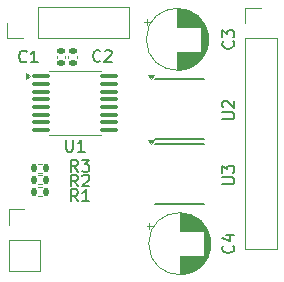
<source format=gto>
%TF.GenerationSoftware,KiCad,Pcbnew,8.0.2*%
%TF.CreationDate,2024-05-17T09:11:03-06:00*%
%TF.ProjectId,encoder_protyping_board_high_current,656e636f-6465-4725-9f70-726f74797069,rev?*%
%TF.SameCoordinates,Original*%
%TF.FileFunction,Legend,Top*%
%TF.FilePolarity,Positive*%
%FSLAX46Y46*%
G04 Gerber Fmt 4.6, Leading zero omitted, Abs format (unit mm)*
G04 Created by KiCad (PCBNEW 8.0.2) date 2024-05-17 09:11:03*
%MOMM*%
%LPD*%
G01*
G04 APERTURE LIST*
G04 Aperture macros list*
%AMRoundRect*
0 Rectangle with rounded corners*
0 $1 Rounding radius*
0 $2 $3 $4 $5 $6 $7 $8 $9 X,Y pos of 4 corners*
0 Add a 4 corners polygon primitive as box body*
4,1,4,$2,$3,$4,$5,$6,$7,$8,$9,$2,$3,0*
0 Add four circle primitives for the rounded corners*
1,1,$1+$1,$2,$3*
1,1,$1+$1,$4,$5*
1,1,$1+$1,$6,$7*
1,1,$1+$1,$8,$9*
0 Add four rect primitives between the rounded corners*
20,1,$1+$1,$2,$3,$4,$5,0*
20,1,$1+$1,$4,$5,$6,$7,0*
20,1,$1+$1,$6,$7,$8,$9,0*
20,1,$1+$1,$8,$9,$2,$3,0*%
G04 Aperture macros list end*
%ADD10C,0.150000*%
%ADD11C,0.120000*%
%ADD12RoundRect,0.140000X0.170000X-0.140000X0.170000X0.140000X-0.170000X0.140000X-0.170000X-0.140000X0*%
%ADD13RoundRect,0.135000X0.135000X0.185000X-0.135000X0.185000X-0.135000X-0.185000X0.135000X-0.185000X0*%
%ADD14R,1.700000X1.700000*%
%ADD15O,1.700000X1.700000*%
%ADD16R,1.600000X1.600000*%
%ADD17C,1.600000*%
%ADD18RoundRect,0.135000X-0.135000X-0.185000X0.135000X-0.185000X0.135000X0.185000X-0.135000X0.185000X0*%
%ADD19R,1.100000X0.510000*%
%ADD20RoundRect,0.100000X-0.637500X-0.100000X0.637500X-0.100000X0.637500X0.100000X-0.637500X0.100000X0*%
G04 APERTURE END LIST*
D10*
X186883333Y-100359580D02*
X186835714Y-100407200D01*
X186835714Y-100407200D02*
X186692857Y-100454819D01*
X186692857Y-100454819D02*
X186597619Y-100454819D01*
X186597619Y-100454819D02*
X186454762Y-100407200D01*
X186454762Y-100407200D02*
X186359524Y-100311961D01*
X186359524Y-100311961D02*
X186311905Y-100216723D01*
X186311905Y-100216723D02*
X186264286Y-100026247D01*
X186264286Y-100026247D02*
X186264286Y-99883390D01*
X186264286Y-99883390D02*
X186311905Y-99692914D01*
X186311905Y-99692914D02*
X186359524Y-99597676D01*
X186359524Y-99597676D02*
X186454762Y-99502438D01*
X186454762Y-99502438D02*
X186597619Y-99454819D01*
X186597619Y-99454819D02*
X186692857Y-99454819D01*
X186692857Y-99454819D02*
X186835714Y-99502438D01*
X186835714Y-99502438D02*
X186883333Y-99550057D01*
X187835714Y-100454819D02*
X187264286Y-100454819D01*
X187550000Y-100454819D02*
X187550000Y-99454819D01*
X187550000Y-99454819D02*
X187454762Y-99597676D01*
X187454762Y-99597676D02*
X187359524Y-99692914D01*
X187359524Y-99692914D02*
X187264286Y-99740533D01*
X191233333Y-112204819D02*
X190900000Y-111728628D01*
X190661905Y-112204819D02*
X190661905Y-111204819D01*
X190661905Y-111204819D02*
X191042857Y-111204819D01*
X191042857Y-111204819D02*
X191138095Y-111252438D01*
X191138095Y-111252438D02*
X191185714Y-111300057D01*
X191185714Y-111300057D02*
X191233333Y-111395295D01*
X191233333Y-111395295D02*
X191233333Y-111538152D01*
X191233333Y-111538152D02*
X191185714Y-111633390D01*
X191185714Y-111633390D02*
X191138095Y-111681009D01*
X191138095Y-111681009D02*
X191042857Y-111728628D01*
X191042857Y-111728628D02*
X190661905Y-111728628D01*
X192185714Y-112204819D02*
X191614286Y-112204819D01*
X191900000Y-112204819D02*
X191900000Y-111204819D01*
X191900000Y-111204819D02*
X191804762Y-111347676D01*
X191804762Y-111347676D02*
X191709524Y-111442914D01*
X191709524Y-111442914D02*
X191614286Y-111490533D01*
X193133333Y-100309580D02*
X193085714Y-100357200D01*
X193085714Y-100357200D02*
X192942857Y-100404819D01*
X192942857Y-100404819D02*
X192847619Y-100404819D01*
X192847619Y-100404819D02*
X192704762Y-100357200D01*
X192704762Y-100357200D02*
X192609524Y-100261961D01*
X192609524Y-100261961D02*
X192561905Y-100166723D01*
X192561905Y-100166723D02*
X192514286Y-99976247D01*
X192514286Y-99976247D02*
X192514286Y-99833390D01*
X192514286Y-99833390D02*
X192561905Y-99642914D01*
X192561905Y-99642914D02*
X192609524Y-99547676D01*
X192609524Y-99547676D02*
X192704762Y-99452438D01*
X192704762Y-99452438D02*
X192847619Y-99404819D01*
X192847619Y-99404819D02*
X192942857Y-99404819D01*
X192942857Y-99404819D02*
X193085714Y-99452438D01*
X193085714Y-99452438D02*
X193133333Y-99500057D01*
X193514286Y-99500057D02*
X193561905Y-99452438D01*
X193561905Y-99452438D02*
X193657143Y-99404819D01*
X193657143Y-99404819D02*
X193895238Y-99404819D01*
X193895238Y-99404819D02*
X193990476Y-99452438D01*
X193990476Y-99452438D02*
X194038095Y-99500057D01*
X194038095Y-99500057D02*
X194085714Y-99595295D01*
X194085714Y-99595295D02*
X194085714Y-99690533D01*
X194085714Y-99690533D02*
X194038095Y-99833390D01*
X194038095Y-99833390D02*
X193466667Y-100404819D01*
X193466667Y-100404819D02*
X194085714Y-100404819D01*
X204359580Y-115966666D02*
X204407200Y-116014285D01*
X204407200Y-116014285D02*
X204454819Y-116157142D01*
X204454819Y-116157142D02*
X204454819Y-116252380D01*
X204454819Y-116252380D02*
X204407200Y-116395237D01*
X204407200Y-116395237D02*
X204311961Y-116490475D01*
X204311961Y-116490475D02*
X204216723Y-116538094D01*
X204216723Y-116538094D02*
X204026247Y-116585713D01*
X204026247Y-116585713D02*
X203883390Y-116585713D01*
X203883390Y-116585713D02*
X203692914Y-116538094D01*
X203692914Y-116538094D02*
X203597676Y-116490475D01*
X203597676Y-116490475D02*
X203502438Y-116395237D01*
X203502438Y-116395237D02*
X203454819Y-116252380D01*
X203454819Y-116252380D02*
X203454819Y-116157142D01*
X203454819Y-116157142D02*
X203502438Y-116014285D01*
X203502438Y-116014285D02*
X203550057Y-115966666D01*
X203788152Y-115109523D02*
X204454819Y-115109523D01*
X203407200Y-115347618D02*
X204121485Y-115585713D01*
X204121485Y-115585713D02*
X204121485Y-114966666D01*
X191233333Y-110954819D02*
X190900000Y-110478628D01*
X190661905Y-110954819D02*
X190661905Y-109954819D01*
X190661905Y-109954819D02*
X191042857Y-109954819D01*
X191042857Y-109954819D02*
X191138095Y-110002438D01*
X191138095Y-110002438D02*
X191185714Y-110050057D01*
X191185714Y-110050057D02*
X191233333Y-110145295D01*
X191233333Y-110145295D02*
X191233333Y-110288152D01*
X191233333Y-110288152D02*
X191185714Y-110383390D01*
X191185714Y-110383390D02*
X191138095Y-110431009D01*
X191138095Y-110431009D02*
X191042857Y-110478628D01*
X191042857Y-110478628D02*
X190661905Y-110478628D01*
X191614286Y-110050057D02*
X191661905Y-110002438D01*
X191661905Y-110002438D02*
X191757143Y-109954819D01*
X191757143Y-109954819D02*
X191995238Y-109954819D01*
X191995238Y-109954819D02*
X192090476Y-110002438D01*
X192090476Y-110002438D02*
X192138095Y-110050057D01*
X192138095Y-110050057D02*
X192185714Y-110145295D01*
X192185714Y-110145295D02*
X192185714Y-110240533D01*
X192185714Y-110240533D02*
X192138095Y-110383390D01*
X192138095Y-110383390D02*
X191566667Y-110954819D01*
X191566667Y-110954819D02*
X192185714Y-110954819D01*
X203454819Y-105261904D02*
X204264342Y-105261904D01*
X204264342Y-105261904D02*
X204359580Y-105214285D01*
X204359580Y-105214285D02*
X204407200Y-105166666D01*
X204407200Y-105166666D02*
X204454819Y-105071428D01*
X204454819Y-105071428D02*
X204454819Y-104880952D01*
X204454819Y-104880952D02*
X204407200Y-104785714D01*
X204407200Y-104785714D02*
X204359580Y-104738095D01*
X204359580Y-104738095D02*
X204264342Y-104690476D01*
X204264342Y-104690476D02*
X203454819Y-104690476D01*
X203550057Y-104261904D02*
X203502438Y-104214285D01*
X203502438Y-104214285D02*
X203454819Y-104119047D01*
X203454819Y-104119047D02*
X203454819Y-103880952D01*
X203454819Y-103880952D02*
X203502438Y-103785714D01*
X203502438Y-103785714D02*
X203550057Y-103738095D01*
X203550057Y-103738095D02*
X203645295Y-103690476D01*
X203645295Y-103690476D02*
X203740533Y-103690476D01*
X203740533Y-103690476D02*
X203883390Y-103738095D01*
X203883390Y-103738095D02*
X204454819Y-104309523D01*
X204454819Y-104309523D02*
X204454819Y-103690476D01*
X191233333Y-109704819D02*
X190900000Y-109228628D01*
X190661905Y-109704819D02*
X190661905Y-108704819D01*
X190661905Y-108704819D02*
X191042857Y-108704819D01*
X191042857Y-108704819D02*
X191138095Y-108752438D01*
X191138095Y-108752438D02*
X191185714Y-108800057D01*
X191185714Y-108800057D02*
X191233333Y-108895295D01*
X191233333Y-108895295D02*
X191233333Y-109038152D01*
X191233333Y-109038152D02*
X191185714Y-109133390D01*
X191185714Y-109133390D02*
X191138095Y-109181009D01*
X191138095Y-109181009D02*
X191042857Y-109228628D01*
X191042857Y-109228628D02*
X190661905Y-109228628D01*
X191566667Y-108704819D02*
X192185714Y-108704819D01*
X192185714Y-108704819D02*
X191852381Y-109085771D01*
X191852381Y-109085771D02*
X191995238Y-109085771D01*
X191995238Y-109085771D02*
X192090476Y-109133390D01*
X192090476Y-109133390D02*
X192138095Y-109181009D01*
X192138095Y-109181009D02*
X192185714Y-109276247D01*
X192185714Y-109276247D02*
X192185714Y-109514342D01*
X192185714Y-109514342D02*
X192138095Y-109609580D01*
X192138095Y-109609580D02*
X192090476Y-109657200D01*
X192090476Y-109657200D02*
X191995238Y-109704819D01*
X191995238Y-109704819D02*
X191709524Y-109704819D01*
X191709524Y-109704819D02*
X191614286Y-109657200D01*
X191614286Y-109657200D02*
X191566667Y-109609580D01*
X203454819Y-110761904D02*
X204264342Y-110761904D01*
X204264342Y-110761904D02*
X204359580Y-110714285D01*
X204359580Y-110714285D02*
X204407200Y-110666666D01*
X204407200Y-110666666D02*
X204454819Y-110571428D01*
X204454819Y-110571428D02*
X204454819Y-110380952D01*
X204454819Y-110380952D02*
X204407200Y-110285714D01*
X204407200Y-110285714D02*
X204359580Y-110238095D01*
X204359580Y-110238095D02*
X204264342Y-110190476D01*
X204264342Y-110190476D02*
X203454819Y-110190476D01*
X203454819Y-109809523D02*
X203454819Y-109190476D01*
X203454819Y-109190476D02*
X203835771Y-109523809D01*
X203835771Y-109523809D02*
X203835771Y-109380952D01*
X203835771Y-109380952D02*
X203883390Y-109285714D01*
X203883390Y-109285714D02*
X203931009Y-109238095D01*
X203931009Y-109238095D02*
X204026247Y-109190476D01*
X204026247Y-109190476D02*
X204264342Y-109190476D01*
X204264342Y-109190476D02*
X204359580Y-109238095D01*
X204359580Y-109238095D02*
X204407200Y-109285714D01*
X204407200Y-109285714D02*
X204454819Y-109380952D01*
X204454819Y-109380952D02*
X204454819Y-109666666D01*
X204454819Y-109666666D02*
X204407200Y-109761904D01*
X204407200Y-109761904D02*
X204359580Y-109809523D01*
X190238095Y-107004819D02*
X190238095Y-107814342D01*
X190238095Y-107814342D02*
X190285714Y-107909580D01*
X190285714Y-107909580D02*
X190333333Y-107957200D01*
X190333333Y-107957200D02*
X190428571Y-108004819D01*
X190428571Y-108004819D02*
X190619047Y-108004819D01*
X190619047Y-108004819D02*
X190714285Y-107957200D01*
X190714285Y-107957200D02*
X190761904Y-107909580D01*
X190761904Y-107909580D02*
X190809523Y-107814342D01*
X190809523Y-107814342D02*
X190809523Y-107004819D01*
X191809523Y-108004819D02*
X191238095Y-108004819D01*
X191523809Y-108004819D02*
X191523809Y-107004819D01*
X191523809Y-107004819D02*
X191428571Y-107147676D01*
X191428571Y-107147676D02*
X191333333Y-107242914D01*
X191333333Y-107242914D02*
X191238095Y-107290533D01*
X204359580Y-98666666D02*
X204407200Y-98714285D01*
X204407200Y-98714285D02*
X204454819Y-98857142D01*
X204454819Y-98857142D02*
X204454819Y-98952380D01*
X204454819Y-98952380D02*
X204407200Y-99095237D01*
X204407200Y-99095237D02*
X204311961Y-99190475D01*
X204311961Y-99190475D02*
X204216723Y-99238094D01*
X204216723Y-99238094D02*
X204026247Y-99285713D01*
X204026247Y-99285713D02*
X203883390Y-99285713D01*
X203883390Y-99285713D02*
X203692914Y-99238094D01*
X203692914Y-99238094D02*
X203597676Y-99190475D01*
X203597676Y-99190475D02*
X203502438Y-99095237D01*
X203502438Y-99095237D02*
X203454819Y-98952380D01*
X203454819Y-98952380D02*
X203454819Y-98857142D01*
X203454819Y-98857142D02*
X203502438Y-98714285D01*
X203502438Y-98714285D02*
X203550057Y-98666666D01*
X203454819Y-98333332D02*
X203454819Y-97714285D01*
X203454819Y-97714285D02*
X203835771Y-98047618D01*
X203835771Y-98047618D02*
X203835771Y-97904761D01*
X203835771Y-97904761D02*
X203883390Y-97809523D01*
X203883390Y-97809523D02*
X203931009Y-97761904D01*
X203931009Y-97761904D02*
X204026247Y-97714285D01*
X204026247Y-97714285D02*
X204264342Y-97714285D01*
X204264342Y-97714285D02*
X204359580Y-97761904D01*
X204359580Y-97761904D02*
X204407200Y-97809523D01*
X204407200Y-97809523D02*
X204454819Y-97904761D01*
X204454819Y-97904761D02*
X204454819Y-98190475D01*
X204454819Y-98190475D02*
X204407200Y-98285713D01*
X204407200Y-98285713D02*
X204359580Y-98333332D01*
D11*
X189440000Y-100107836D02*
X189440000Y-99892164D01*
X190160000Y-100107836D02*
X190160000Y-99892164D01*
X188193641Y-111020000D02*
X187886359Y-111020000D01*
X188193641Y-111780000D02*
X187886359Y-111780000D01*
X185370000Y-112895000D02*
X186700000Y-112895000D01*
X185370000Y-114225000D02*
X185370000Y-112895000D01*
X185370000Y-115495000D02*
X185370000Y-118095000D01*
X185370000Y-115495000D02*
X188030000Y-115495000D01*
X185370000Y-118095000D02*
X188030000Y-118095000D01*
X188030000Y-115495000D02*
X188030000Y-118095000D01*
X190420000Y-100107836D02*
X190420000Y-99892164D01*
X191140000Y-100107836D02*
X191140000Y-99892164D01*
X197040113Y-114325000D02*
X197540113Y-114325000D01*
X197290113Y-114075000D02*
X197290113Y-114575000D01*
X199844888Y-113220000D02*
X199844888Y-114760000D01*
X199844888Y-116840000D02*
X199844888Y-118380000D01*
X199884888Y-113220000D02*
X199884888Y-114760000D01*
X199884888Y-116840000D02*
X199884888Y-118380000D01*
X199924888Y-113221000D02*
X199924888Y-114760000D01*
X199924888Y-116840000D02*
X199924888Y-118379000D01*
X199964888Y-113222000D02*
X199964888Y-114760000D01*
X199964888Y-116840000D02*
X199964888Y-118378000D01*
X200004888Y-113224000D02*
X200004888Y-114760000D01*
X200004888Y-116840000D02*
X200004888Y-118376000D01*
X200044888Y-113227000D02*
X200044888Y-114760000D01*
X200044888Y-116840000D02*
X200044888Y-118373000D01*
X200084888Y-113231000D02*
X200084888Y-114760000D01*
X200084888Y-116840000D02*
X200084888Y-118369000D01*
X200124888Y-113235000D02*
X200124888Y-114760000D01*
X200124888Y-116840000D02*
X200124888Y-118365000D01*
X200164888Y-113239000D02*
X200164888Y-114760000D01*
X200164888Y-116840000D02*
X200164888Y-118361000D01*
X200204888Y-113244000D02*
X200204888Y-114760000D01*
X200204888Y-116840000D02*
X200204888Y-118356000D01*
X200244888Y-113250000D02*
X200244888Y-114760000D01*
X200244888Y-116840000D02*
X200244888Y-118350000D01*
X200284888Y-113257000D02*
X200284888Y-114760000D01*
X200284888Y-116840000D02*
X200284888Y-118343000D01*
X200324888Y-113264000D02*
X200324888Y-114760000D01*
X200324888Y-116840000D02*
X200324888Y-118336000D01*
X200364888Y-113272000D02*
X200364888Y-114760000D01*
X200364888Y-116840000D02*
X200364888Y-118328000D01*
X200404888Y-113280000D02*
X200404888Y-114760000D01*
X200404888Y-116840000D02*
X200404888Y-118320000D01*
X200444888Y-113289000D02*
X200444888Y-114760000D01*
X200444888Y-116840000D02*
X200444888Y-118311000D01*
X200484888Y-113299000D02*
X200484888Y-114760000D01*
X200484888Y-116840000D02*
X200484888Y-118301000D01*
X200524888Y-113309000D02*
X200524888Y-114760000D01*
X200524888Y-116840000D02*
X200524888Y-118291000D01*
X200565888Y-113320000D02*
X200565888Y-114760000D01*
X200565888Y-116840000D02*
X200565888Y-118280000D01*
X200605888Y-113332000D02*
X200605888Y-114760000D01*
X200605888Y-116840000D02*
X200605888Y-118268000D01*
X200645888Y-113345000D02*
X200645888Y-114760000D01*
X200645888Y-116840000D02*
X200645888Y-118255000D01*
X200685888Y-113358000D02*
X200685888Y-114760000D01*
X200685888Y-116840000D02*
X200685888Y-118242000D01*
X200725888Y-113372000D02*
X200725888Y-114760000D01*
X200725888Y-116840000D02*
X200725888Y-118228000D01*
X200765888Y-113386000D02*
X200765888Y-114760000D01*
X200765888Y-116840000D02*
X200765888Y-118214000D01*
X200805888Y-113402000D02*
X200805888Y-114760000D01*
X200805888Y-116840000D02*
X200805888Y-118198000D01*
X200845888Y-113418000D02*
X200845888Y-114760000D01*
X200845888Y-116840000D02*
X200845888Y-118182000D01*
X200885888Y-113435000D02*
X200885888Y-114760000D01*
X200885888Y-116840000D02*
X200885888Y-118165000D01*
X200925888Y-113452000D02*
X200925888Y-114760000D01*
X200925888Y-116840000D02*
X200925888Y-118148000D01*
X200965888Y-113471000D02*
X200965888Y-114760000D01*
X200965888Y-116840000D02*
X200965888Y-118129000D01*
X201005888Y-113490000D02*
X201005888Y-114760000D01*
X201005888Y-116840000D02*
X201005888Y-118110000D01*
X201045888Y-113510000D02*
X201045888Y-114760000D01*
X201045888Y-116840000D02*
X201045888Y-118090000D01*
X201085888Y-113532000D02*
X201085888Y-114760000D01*
X201085888Y-116840000D02*
X201085888Y-118068000D01*
X201125888Y-113553000D02*
X201125888Y-114760000D01*
X201125888Y-116840000D02*
X201125888Y-118047000D01*
X201165888Y-113576000D02*
X201165888Y-114760000D01*
X201165888Y-116840000D02*
X201165888Y-118024000D01*
X201205888Y-113600000D02*
X201205888Y-114760000D01*
X201205888Y-116840000D02*
X201205888Y-118000000D01*
X201245888Y-113625000D02*
X201245888Y-114760000D01*
X201245888Y-116840000D02*
X201245888Y-117975000D01*
X201285888Y-113651000D02*
X201285888Y-114760000D01*
X201285888Y-116840000D02*
X201285888Y-117949000D01*
X201325888Y-113678000D02*
X201325888Y-114760000D01*
X201325888Y-116840000D02*
X201325888Y-117922000D01*
X201365888Y-113705000D02*
X201365888Y-114760000D01*
X201365888Y-116840000D02*
X201365888Y-117895000D01*
X201405888Y-113735000D02*
X201405888Y-114760000D01*
X201405888Y-116840000D02*
X201405888Y-117865000D01*
X201445888Y-113765000D02*
X201445888Y-114760000D01*
X201445888Y-116840000D02*
X201445888Y-117835000D01*
X201485888Y-113796000D02*
X201485888Y-114760000D01*
X201485888Y-116840000D02*
X201485888Y-117804000D01*
X201525888Y-113829000D02*
X201525888Y-114760000D01*
X201525888Y-116840000D02*
X201525888Y-117771000D01*
X201565888Y-113863000D02*
X201565888Y-114760000D01*
X201565888Y-116840000D02*
X201565888Y-117737000D01*
X201605888Y-113899000D02*
X201605888Y-114760000D01*
X201605888Y-116840000D02*
X201605888Y-117701000D01*
X201645888Y-113936000D02*
X201645888Y-114760000D01*
X201645888Y-116840000D02*
X201645888Y-117664000D01*
X201685888Y-113974000D02*
X201685888Y-114760000D01*
X201685888Y-116840000D02*
X201685888Y-117626000D01*
X201725888Y-114015000D02*
X201725888Y-114760000D01*
X201725888Y-116840000D02*
X201725888Y-117585000D01*
X201765888Y-114057000D02*
X201765888Y-114760000D01*
X201765888Y-116840000D02*
X201765888Y-117543000D01*
X201805888Y-114101000D02*
X201805888Y-114760000D01*
X201805888Y-116840000D02*
X201805888Y-117499000D01*
X201845888Y-114147000D02*
X201845888Y-114760000D01*
X201845888Y-116840000D02*
X201845888Y-117453000D01*
X201885888Y-114195000D02*
X201885888Y-117405000D01*
X201925888Y-114246000D02*
X201925888Y-117354000D01*
X201965888Y-114300000D02*
X201965888Y-117300000D01*
X202005888Y-114357000D02*
X202005888Y-117243000D01*
X202045888Y-114417000D02*
X202045888Y-117183000D01*
X202085888Y-114481000D02*
X202085888Y-117119000D01*
X202125888Y-114549000D02*
X202125888Y-117051000D01*
X202165888Y-114622000D02*
X202165888Y-116978000D01*
X202205888Y-114702000D02*
X202205888Y-116898000D01*
X202245888Y-114789000D02*
X202245888Y-116811000D01*
X202285888Y-114885000D02*
X202285888Y-116715000D01*
X202325888Y-114995000D02*
X202325888Y-116605000D01*
X202365888Y-115123000D02*
X202365888Y-116477000D01*
X202405888Y-115282000D02*
X202405888Y-116318000D01*
X202445888Y-115516000D02*
X202445888Y-116084000D01*
X202464888Y-115800000D02*
G75*
G02*
X197224888Y-115800000I-2620000J0D01*
G01*
X197224888Y-115800000D02*
G75*
G02*
X202464888Y-115800000I2620000J0D01*
G01*
X187886359Y-110020000D02*
X188193641Y-110020000D01*
X187886359Y-110780000D02*
X188193641Y-110780000D01*
X185270000Y-98430000D02*
X185270000Y-97100000D01*
X186600000Y-98430000D02*
X185270000Y-98430000D01*
X187870000Y-95770000D02*
X195550000Y-95770000D01*
X187870000Y-98430000D02*
X187870000Y-95770000D01*
X187870000Y-98430000D02*
X195550000Y-98430000D01*
X195550000Y-98430000D02*
X195550000Y-95770000D01*
X205420000Y-95820000D02*
X206750000Y-95820000D01*
X205420000Y-97150000D02*
X205420000Y-95820000D01*
X205420000Y-98420000D02*
X205420000Y-116260000D01*
X205420000Y-98420000D02*
X208080000Y-98420000D01*
X205420000Y-116260000D02*
X208080000Y-116260000D01*
X208080000Y-98420000D02*
X208080000Y-116260000D01*
D10*
X197774888Y-101830000D02*
X201914888Y-101830000D01*
X197774888Y-106970000D02*
X201914888Y-106970000D01*
D11*
X197444888Y-101873081D02*
X197204888Y-101543081D01*
X197684888Y-101543081D01*
X197444888Y-101873081D01*
G36*
X197444888Y-101873081D02*
G01*
X197204888Y-101543081D01*
X197684888Y-101543081D01*
X197444888Y-101873081D01*
G37*
X187886359Y-109020000D02*
X188193641Y-109020000D01*
X187886359Y-109780000D02*
X188193641Y-109780000D01*
D10*
X197774888Y-107330000D02*
X201914888Y-107330000D01*
X197774888Y-112470000D02*
X201914888Y-112470000D01*
D11*
X197444888Y-107373081D02*
X197204888Y-107043081D01*
X197684888Y-107043081D01*
X197444888Y-107373081D01*
G36*
X197444888Y-107373081D02*
G01*
X197204888Y-107043081D01*
X197684888Y-107043081D01*
X197444888Y-107373081D01*
G37*
X191000000Y-101165000D02*
X188800000Y-101165000D01*
X191000000Y-101165000D02*
X193200000Y-101165000D01*
X191000000Y-106635000D02*
X188800000Y-106635000D01*
X191000000Y-106635000D02*
X193200000Y-106635000D01*
X187140000Y-101625000D02*
X186810000Y-101865000D01*
X186810000Y-101385000D01*
X187140000Y-101625000D01*
G36*
X187140000Y-101625000D02*
G01*
X186810000Y-101865000D01*
X186810000Y-101385000D01*
X187140000Y-101625000D01*
G37*
X196840113Y-97025000D02*
X197340113Y-97025000D01*
X197090113Y-96775000D02*
X197090113Y-97275000D01*
X199644888Y-95920000D02*
X199644888Y-97460000D01*
X199644888Y-99540000D02*
X199644888Y-101080000D01*
X199684888Y-95920000D02*
X199684888Y-97460000D01*
X199684888Y-99540000D02*
X199684888Y-101080000D01*
X199724888Y-95921000D02*
X199724888Y-97460000D01*
X199724888Y-99540000D02*
X199724888Y-101079000D01*
X199764888Y-95922000D02*
X199764888Y-97460000D01*
X199764888Y-99540000D02*
X199764888Y-101078000D01*
X199804888Y-95924000D02*
X199804888Y-97460000D01*
X199804888Y-99540000D02*
X199804888Y-101076000D01*
X199844888Y-95927000D02*
X199844888Y-97460000D01*
X199844888Y-99540000D02*
X199844888Y-101073000D01*
X199884888Y-95931000D02*
X199884888Y-97460000D01*
X199884888Y-99540000D02*
X199884888Y-101069000D01*
X199924888Y-95935000D02*
X199924888Y-97460000D01*
X199924888Y-99540000D02*
X199924888Y-101065000D01*
X199964888Y-95939000D02*
X199964888Y-97460000D01*
X199964888Y-99540000D02*
X199964888Y-101061000D01*
X200004888Y-95944000D02*
X200004888Y-97460000D01*
X200004888Y-99540000D02*
X200004888Y-101056000D01*
X200044888Y-95950000D02*
X200044888Y-97460000D01*
X200044888Y-99540000D02*
X200044888Y-101050000D01*
X200084888Y-95957000D02*
X200084888Y-97460000D01*
X200084888Y-99540000D02*
X200084888Y-101043000D01*
X200124888Y-95964000D02*
X200124888Y-97460000D01*
X200124888Y-99540000D02*
X200124888Y-101036000D01*
X200164888Y-95972000D02*
X200164888Y-97460000D01*
X200164888Y-99540000D02*
X200164888Y-101028000D01*
X200204888Y-95980000D02*
X200204888Y-97460000D01*
X200204888Y-99540000D02*
X200204888Y-101020000D01*
X200244888Y-95989000D02*
X200244888Y-97460000D01*
X200244888Y-99540000D02*
X200244888Y-101011000D01*
X200284888Y-95999000D02*
X200284888Y-97460000D01*
X200284888Y-99540000D02*
X200284888Y-101001000D01*
X200324888Y-96009000D02*
X200324888Y-97460000D01*
X200324888Y-99540000D02*
X200324888Y-100991000D01*
X200365888Y-96020000D02*
X200365888Y-97460000D01*
X200365888Y-99540000D02*
X200365888Y-100980000D01*
X200405888Y-96032000D02*
X200405888Y-97460000D01*
X200405888Y-99540000D02*
X200405888Y-100968000D01*
X200445888Y-96045000D02*
X200445888Y-97460000D01*
X200445888Y-99540000D02*
X200445888Y-100955000D01*
X200485888Y-96058000D02*
X200485888Y-97460000D01*
X200485888Y-99540000D02*
X200485888Y-100942000D01*
X200525888Y-96072000D02*
X200525888Y-97460000D01*
X200525888Y-99540000D02*
X200525888Y-100928000D01*
X200565888Y-96086000D02*
X200565888Y-97460000D01*
X200565888Y-99540000D02*
X200565888Y-100914000D01*
X200605888Y-96102000D02*
X200605888Y-97460000D01*
X200605888Y-99540000D02*
X200605888Y-100898000D01*
X200645888Y-96118000D02*
X200645888Y-97460000D01*
X200645888Y-99540000D02*
X200645888Y-100882000D01*
X200685888Y-96135000D02*
X200685888Y-97460000D01*
X200685888Y-99540000D02*
X200685888Y-100865000D01*
X200725888Y-96152000D02*
X200725888Y-97460000D01*
X200725888Y-99540000D02*
X200725888Y-100848000D01*
X200765888Y-96171000D02*
X200765888Y-97460000D01*
X200765888Y-99540000D02*
X200765888Y-100829000D01*
X200805888Y-96190000D02*
X200805888Y-97460000D01*
X200805888Y-99540000D02*
X200805888Y-100810000D01*
X200845888Y-96210000D02*
X200845888Y-97460000D01*
X200845888Y-99540000D02*
X200845888Y-100790000D01*
X200885888Y-96232000D02*
X200885888Y-97460000D01*
X200885888Y-99540000D02*
X200885888Y-100768000D01*
X200925888Y-96253000D02*
X200925888Y-97460000D01*
X200925888Y-99540000D02*
X200925888Y-100747000D01*
X200965888Y-96276000D02*
X200965888Y-97460000D01*
X200965888Y-99540000D02*
X200965888Y-100724000D01*
X201005888Y-96300000D02*
X201005888Y-97460000D01*
X201005888Y-99540000D02*
X201005888Y-100700000D01*
X201045888Y-96325000D02*
X201045888Y-97460000D01*
X201045888Y-99540000D02*
X201045888Y-100675000D01*
X201085888Y-96351000D02*
X201085888Y-97460000D01*
X201085888Y-99540000D02*
X201085888Y-100649000D01*
X201125888Y-96378000D02*
X201125888Y-97460000D01*
X201125888Y-99540000D02*
X201125888Y-100622000D01*
X201165888Y-96405000D02*
X201165888Y-97460000D01*
X201165888Y-99540000D02*
X201165888Y-100595000D01*
X201205888Y-96435000D02*
X201205888Y-97460000D01*
X201205888Y-99540000D02*
X201205888Y-100565000D01*
X201245888Y-96465000D02*
X201245888Y-97460000D01*
X201245888Y-99540000D02*
X201245888Y-100535000D01*
X201285888Y-96496000D02*
X201285888Y-97460000D01*
X201285888Y-99540000D02*
X201285888Y-100504000D01*
X201325888Y-96529000D02*
X201325888Y-97460000D01*
X201325888Y-99540000D02*
X201325888Y-100471000D01*
X201365888Y-96563000D02*
X201365888Y-97460000D01*
X201365888Y-99540000D02*
X201365888Y-100437000D01*
X201405888Y-96599000D02*
X201405888Y-97460000D01*
X201405888Y-99540000D02*
X201405888Y-100401000D01*
X201445888Y-96636000D02*
X201445888Y-97460000D01*
X201445888Y-99540000D02*
X201445888Y-100364000D01*
X201485888Y-96674000D02*
X201485888Y-97460000D01*
X201485888Y-99540000D02*
X201485888Y-100326000D01*
X201525888Y-96715000D02*
X201525888Y-97460000D01*
X201525888Y-99540000D02*
X201525888Y-100285000D01*
X201565888Y-96757000D02*
X201565888Y-97460000D01*
X201565888Y-99540000D02*
X201565888Y-100243000D01*
X201605888Y-96801000D02*
X201605888Y-97460000D01*
X201605888Y-99540000D02*
X201605888Y-100199000D01*
X201645888Y-96847000D02*
X201645888Y-97460000D01*
X201645888Y-99540000D02*
X201645888Y-100153000D01*
X201685888Y-96895000D02*
X201685888Y-100105000D01*
X201725888Y-96946000D02*
X201725888Y-100054000D01*
X201765888Y-97000000D02*
X201765888Y-100000000D01*
X201805888Y-97057000D02*
X201805888Y-99943000D01*
X201845888Y-97117000D02*
X201845888Y-99883000D01*
X201885888Y-97181000D02*
X201885888Y-99819000D01*
X201925888Y-97249000D02*
X201925888Y-99751000D01*
X201965888Y-97322000D02*
X201965888Y-99678000D01*
X202005888Y-97402000D02*
X202005888Y-99598000D01*
X202045888Y-97489000D02*
X202045888Y-99511000D01*
X202085888Y-97585000D02*
X202085888Y-99415000D01*
X202125888Y-97695000D02*
X202125888Y-99305000D01*
X202165888Y-97823000D02*
X202165888Y-99177000D01*
X202205888Y-97982000D02*
X202205888Y-99018000D01*
X202245888Y-98216000D02*
X202245888Y-98784000D01*
X202264888Y-98500000D02*
G75*
G02*
X197024888Y-98500000I-2620000J0D01*
G01*
X197024888Y-98500000D02*
G75*
G02*
X202264888Y-98500000I2620000J0D01*
G01*
%LPC*%
D12*
X189800000Y-100480000D03*
X189800000Y-99520000D03*
D13*
X188550000Y-111400000D03*
X187530000Y-111400000D03*
D14*
X186700000Y-114225000D03*
D15*
X186700000Y-116765000D03*
D12*
X190780000Y-100480000D03*
X190780000Y-99520000D03*
D16*
X198844888Y-115800000D03*
D17*
X200844888Y-115800000D03*
D18*
X187530000Y-110400000D03*
X188550000Y-110400000D03*
D14*
X186600000Y-97100000D03*
D15*
X189140000Y-97100000D03*
X191680000Y-97100000D03*
X194220000Y-97100000D03*
D14*
X206750000Y-97150000D03*
D15*
X206750000Y-99690000D03*
X206750000Y-102230000D03*
X206750000Y-104770000D03*
X206750000Y-107310000D03*
X206750000Y-109850000D03*
X206750000Y-112390000D03*
X206750000Y-114930000D03*
D19*
X197294888Y-102400000D03*
X197294888Y-103400000D03*
X197294888Y-104400000D03*
X197294888Y-105400000D03*
X197294888Y-106400000D03*
X202394888Y-106400000D03*
X202394888Y-105400000D03*
X202394888Y-104400000D03*
X202394888Y-103400000D03*
X202394888Y-102400000D03*
D18*
X187530000Y-109400000D03*
X188550000Y-109400000D03*
D19*
X197294888Y-107900000D03*
X197294888Y-108900000D03*
X197294888Y-109900000D03*
X197294888Y-110900000D03*
X197294888Y-111900000D03*
X202394888Y-111900000D03*
X202394888Y-110900000D03*
X202394888Y-109900000D03*
X202394888Y-108900000D03*
X202394888Y-107900000D03*
D20*
X188137500Y-101625000D03*
X188137500Y-102275000D03*
X188137500Y-102925000D03*
X188137500Y-103575000D03*
X188137500Y-104225000D03*
X188137500Y-104875000D03*
X188137500Y-105525000D03*
X188137500Y-106175000D03*
X193862500Y-106175000D03*
X193862500Y-105525000D03*
X193862500Y-104875000D03*
X193862500Y-104225000D03*
X193862500Y-103575000D03*
X193862500Y-102925000D03*
X193862500Y-102275000D03*
X193862500Y-101625000D03*
D16*
X198644888Y-98500000D03*
D17*
X200644888Y-98500000D03*
%LPD*%
M02*

</source>
